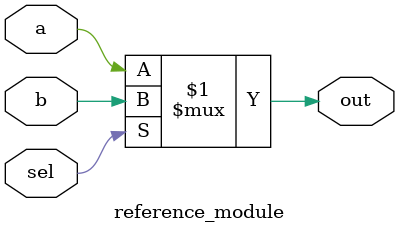
<source format=sv>
module reference_module (
	input a,
	input b,
	input sel,
	output out
);

	assign out = sel ? b : a;
	
endmodule

</source>
